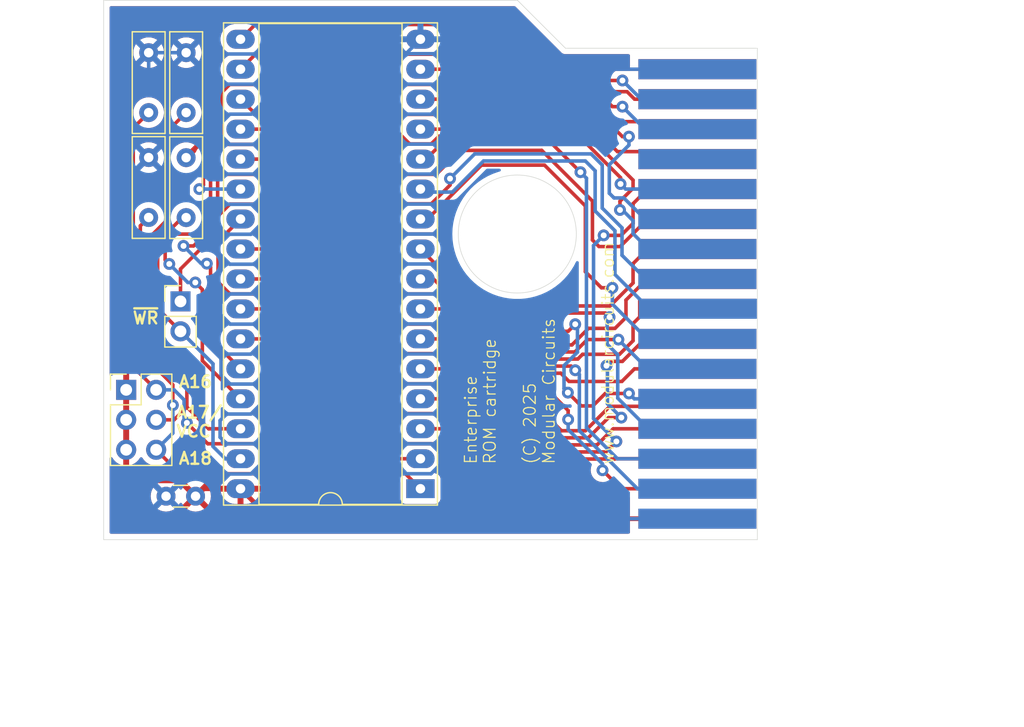
<source format=kicad_pcb>
(kicad_pcb (version 20240108) (generator "pcbnew") (generator_version "8.0")
  (layers (0 "F.Cu" signal) (31 "B.Cu" signal) (34 "B.Paste" user) (35 "F.Paste" user) (36 "B.SilkS" user "B.Silkscreen") (37 "F.SilkS" user "F.Silkscreen") (38 "B.Mask" user) (39 "F.Mask" user) (44 "Edge.Cuts" user))
  (net 0 "")
  (net 1 "GND")
  (net 2 "+5V")
  (net 3 "/~{PGM}")
  (net 4 "/~{WR}")
  (net 5 "/A16")
  (net 6 "/A17")
  (net 7 "/A18")
  (net 8 "/D6")
  (net 9 "/D7")
  (net 10 "/A1")
  (net 11 "/A10")
  (net 12 "/A15")
  (net 13 "/A4")
  (net 14 "/A8")
  (net 15 "/A14")
  (net 16 "/~{CART}")
  (net 17 "/A11")
  (net 18 "/A0")
  (net 19 "/D1")
  (net 20 "/D3")
  (net 21 "/~{RD}")
  (net 22 "/A7")
  (net 23 "/D2")
  (net 24 "/D4")
  (net 25 "/A5")
  (net 26 "/D0")
  (net 27 "/D5")
  (net 28 "/A12")
  (net 29 "/A13")
  (net 30 "/A3")
  (net 31 "/A2")
  (net 32 "/A6")
  (net 33 "/A9")
  (footprint "Connector_PinHeader_2.54mm:PinHeader_1x02_P2.54mm_Vertical" (layer "F.Cu") (at 127.03 94.61)
    (property "Reference" "JP1" (hide yes))
    (property "Value" "Jumper_2_Open")
  )
  (footprint "Connector_PinHeader_2.54mm:PinHeader_2x03_P2.54mm_Vertical" (layer "F.Cu") (at 122.428 102.108)
    (property "Reference" "J2" (hide yes))
    (property "Value" "Conn_02x03_Counter_Clockwise")
  )
  (footprint "Resistor_THT:R_Box_L8.4mm_W2.5mm_P5.08mm" (layer "F.Cu") (at 124.333 78.608 90)
    (property "Reference" "R2" (hide yes))
    (property "Value" "10k")
  )
  (footprint "Resistor_THT:R_Box_L8.4mm_W2.5mm_P5.08mm" (layer "F.Cu") (at 127.508 82.428 -90)
    (property "Reference" "R1" (hide yes))
    (property "Value" "10k")
  )
  (footprint "Capacitor_THT:C_Disc_D3.0mm_W1.6mm_P2.50mm" (layer "F.Cu") (at 128.305 111.125 180)
    (property "Reference" "C1" (hide yes))
    (property "Value" "1u")
  )
  (footprint "Resistor_THT:R_Box_L8.4mm_W2.5mm_P5.08mm" (layer "F.Cu") (at 127.508 78.608 90)
    (property "Reference" "R3" (hide yes))
    (property "Value" "10k")
  )
  (footprint "Package_DIP:DIP-32_W15.24mm_Socket_LongPads" (layer "F.Cu") (at 147.355 110.49 180)
    (property "Reference" "U1" (hide yes))
    (property "Value" "SST39SF040")
  )
  (footprint "Resistor_THT:R_Box_L8.4mm_W2.5mm_P5.08mm" (layer "F.Cu") (at 124.333 87.498 90)
    (property "Reference" "R4" (hide yes))
    (property "Value" "10k")
  )
  (footprint "flash_board:ENTERPRISE_CARTRIGE_CONN" (layer "B.Cu") (at 170.815 93.98 180)
    (property "Reference" "J1" (hide yes))
    (property "Value" "Conn_02x16_Row_Letter_First")
  )
  (gr_circle (center 155.56 88.9) (end 160.56 88.9) (stroke (width 0.05)) (fill none) (layer "Edge.Cuts"))
  (gr_line (start 175.895 73.152) (end 175.895 114.808) (stroke (width 0.05)) (layer "Edge.Cuts"))
  (gr_line (start 120.523 69.088) (end 120.523 114.808) (stroke (width 0.05)) (layer "Edge.Cuts"))
  (gr_line (start 159.639 73.152) (end 155.575 69.088) (stroke (width 0.05)) (layer "Edge.Cuts"))
  (gr_line (start 175.895 73.152) (end 159.639 73.152) (stroke (width 0.05)) (layer "Edge.Cuts"))
  (gr_line (start 155.575 69.088) (end 120.523 69.088) (stroke (width 0.05)) (layer "Edge.Cuts"))
  (gr_line (start 175.895 114.808) (end 120.523 114.808) (stroke (width 0.05)) (layer "Edge.Cuts"))
  (gr_text "Enterprise\nROM cartridge" (at 153.815 108.48 90) (layer "F.SilkS") (effects (font (size 1 1) (thickness 0.1)) (justify left bottom)))
  (gr_text "A16" (at 126.783 102.008 0) (layer "F.SilkS") (effects (font (size 1 1) (thickness 0.2) (bold yes)) (justify left bottom)))
  (gr_text "A17/\nVCC" (at 126.583 106.208 0) (layer "F.SilkS") (effects (font (size 1 1) (thickness 0.2) (bold yes)) (justify left bottom)))
  (gr_text "(C) 2025\nModular Circuits" (at 158.815 108.48 90) (layer "F.SilkS") (effects (font (size 1 1) (thickness 0.1)) (justify left bottom)))
  (gr_text "www.modularcircuits.com" (at 163.815 108.48 90) (layer "F.SilkS") (effects (font (size 1 1) (thickness 0.1)) (justify left bottom)))
  (gr_text "A18" (at 126.783 108.508 0) (layer "F.SilkS") (effects (font (size 1 1) (thickness 0.2) (bold yes)) (justify left bottom)))
  (gr_text "~{WR}" (at 122.883 96.608 0) (layer "F.SilkS") (effects (font (size 1 1) (thickness 0.2) (bold yes)) (justify left bottom)))
  (segment (start 125.805 111.125) (end 127.71 113.03) (width 0.3) (layer "B.Cu") (net 1))
  (segment (start 143.545 106.68) (end 143.545 104.14) (width 0.3) (layer "B.Cu") (net 1))
  (segment (start 127.675 85.638) (end 127.675 84.696497) (width 0.3) (layer "B.Cu") (net 1))
  (segment (start 133.477 106.68) (end 130.937 106.68) (width 0.3) (layer "B.Cu") (net 1))
  (segment (start 133.985 98.087767) (end 133.985 97.282) (width 0.3) (layer "B.Cu") (net 1))
  (segment (start 133.765 87.112233) (end 133.032767 86.38) (width 0.3) (layer "B.Cu") (net 1))
  (segment (start 130.429 94.768233) (end 131.217233 93.98) (width 0.3) (layer "B.Cu") (net 1))
  (segment (start 148.252767 101.6) (end 149.005 102.352233) (width 0.3) (layer "B.Cu") (net 1))
  (segment (start 130.917 99.08) (end 132.992767 99.08) (width 0.3) (layer "B.Cu") (net 1))
  (segment (start 149.005 81.821999) (end 148.463001 81.28) (width 0.3) (layer "B.Cu") (net 1))
  (segment (start 132.992767 109.24) (end 133.765 108.467767) (width 0.3) (layer "B.Cu") (net 1))
  (segment (start 133.497 91.46) (end 131.211 91.46) (width 0.3) (layer "B.Cu") (net 1))
  (segment (start 131.237233 101.62) (end 130.465 100.847767) (width 0.3) (layer "B.Cu") (net 1))
  (segment (start 149.987 72.39) (end 148.763 73.614) (width 0.3) (layer "B.Cu") (net 1))
  (segment (start 127.675 84.696497) (end 128.551497 83.82) (width 0.3) (layer "B.Cu") (net 1))
  (segment (start 125.783 80.968) (end 125.783 76.817) (width 0.3) (layer "B.Cu") (net 1))
  (segment (start 132.992767 99.08) (end 133.985 98.087767) (width 0.3) (layer "B.Cu") (net 1))
  (segment (start 134.883 76.2) (end 134.239 76.2) (width 0.3) (layer "B.Cu") (net 1))
  (segment (start 143.545 101.6) (end 148.252767 101.6) (width 0.3) (layer "B.Cu") (net 1))
  (segment (start 134.315 73.64) (end 134.883 74.208) (width 0.3) (layer "B.Cu") (net 1))
  (segment (start 148.252767 86.36) (end 143.545 86.36) (width 0.3) (layer "B.Cu") (net 1))
  (segment (start 149.005 92.192233) (end 148.252767 91.44) (width 0.3) (layer "B.Cu") (net 1))
  (segment (start 143.545 83.82) (end 148.252767 83.82) (width 0.3) (layer "B.Cu") (net 1))
  (segment (start 128.417 86.38) (end 127.675 85.638) (width 0.3) (layer "B.Cu") (net 1))
  (segment (start 130.18 76.2) (end 129.0355 75.0555) (width 0.3) (layer "B.Cu") (net 1))
  (segment (start 133.243 81.3) (end 131.197233 81.3) (width 0.3) (layer "B.Cu") (net 1))
  (segment (start 143.545 106.68) (end 148.252767 106.68) (width 0.3) (layer "B.Cu") (net 1))
  (segment (start 148.252767 83.82) (end 149.005 83.067767) (width 0.3) (layer "B.Cu") (net 1))
  (segment (start 133.765 83.278001) (end 133.765 81.822) (width 0.3) (layer "B.Cu") (net 1))
  (segment (start 148.252767 106.68) (end 149.005 107.432233) (width 0.3) (layer "B.Cu") (net 1))
  (segment (start 130.175 113.03) (end 143.637 113.03) (width 0.3) (layer "B.Cu") (net 1))
  (segment (start 130.429 80.531767) (end 130.429 79.528233) (width 0.3) (layer "B.Cu") (net 1))
  (segment (start 148.252767 76.2) (end 143.545 76.2) (width 0.3) (layer "B.Cu") (net 1))
  (segment (start 143.545 86.36) (end 143.545 83.82) (width 0.3) (layer "B.Cu") (net 1))
  (segment (start 130.175 89.916) (end 131.171 88.92) (width 0.3) (layer "B.Cu") (net 1))
  (segment (start 131.211 91.46) (end 130.175 90.424) (width 0.3) (layer "B.Cu") (net 1))
  (segment (start 148.252767 109.22) (end 143.545 109.22) (width 0.3) (layer "B.Cu") (net 1))
  (segment (start 134.239 76.2) (end 130.18 76.2) (width 0.3) (layer "B.Cu") (net 1))
  (segment (start 129.0355 75.0555) (end 130.451 73.64) (width 0.3) (layer "B.Cu") (net 1))
  (segment (start 148.252767 91.44) (end 143.545 91.44) (width 0.3) (layer "B.Cu") (net 1))
  (segment (start 149.005 102.352233) (end 149.005 103.598) (width 0.3) (layer "B.Cu") (net 1))
  (segment (start 149.005 97.272233) (end 148.252767 96.52) (width 0.3) (layer "B.Cu") (net 1))
  (segment (start 130.175 110.262233) (end 131.197233 109.24) (width 0.3) (layer "B.Cu") (net 1))
  (segment (start 124.333 82.418) (end 125.783 80.968) (width 0.3) (layer "B.Cu") (net 1))
  (segment (start 128.551497 83.82) (end 133.223001 83.82) (width 0.3) (layer "B.Cu") (net 1))
  (segment (start 146.131 73.614) (end 147.355 72.39) (width 0.3) (layer "B.Cu") (net 1))
  (segment (start 149.005 93.438001) (end 149.005 92.192233) (width 0.3) (layer "B.Cu") (net 1))
  (segment (start 148.463 88.9) (end 149.005 88.358) (width 0.3) (layer "B.Cu") (net 1))
  (segment (start 127.71 113.03) (end 130.175 113.03) (width 0.3) (layer "B.Cu") (net 1))
  (segment (start 133.765 106.968) (end 133.477 106.68) (width 0.3) (layer "B.Cu") (net 1))
  (segment (start 143.545 101.6) (end 143.545 99.06) (width 0.3) (layer "B.Cu") (net 1))
  (segment (start 143.545 76.2) (end 134.883 76.2) (width 0.3) (layer "B.Cu") (net 1))
  (segment (start 159.385 74.93) (end 156.845 72.39) (width 0.3) (layer "B.Cu") (net 1))
  (segment (start 133.223001 83.82) (end 133.765 83.278001) (width 0.3) (layer "B.Cu") (net 1))
  (segment (start 133.243 96.54) (end 131.237233 96.54) (width 0.3) (layer "B.Cu") (net 1))
  (segment (start 148.463001 93.98) (end 149.005 93.438001) (width 0.3) (layer "B.Cu") (net 1))
  (segment (start 129.0355 75.0555) (end 127.508 73.528) (width 0.3) (layer "B.Cu") (net 1))
  (segment (start 149.987 72.39) (end 147.355 72.39) (width 0.3) (layer "B.Cu") (net 1))
  (segment (start 149.005 98.518) (end 149.005 97.272233) (width 0.3) (layer "B.Cu") (net 1))
  (segment (start 125.783 76.817) (end 124.333 75.367) (width 0.3) (layer "B.Cu") (net 1))
  (segment (start 149.005 108.467767) (end 148.252767 109.22) (width 0.3) (layer "B.Cu") (net 1))
  (segment (start 133.765 102.142) (end 133.243 101.62) (width 0.3) (layer "B.Cu") (net 1))
  (segment (start 143.637 113.03) (end 170.815 113.03) (width 0.3) (layer "B.Cu") (net 1))
  (segment (start 130.465 100.847767) (end 130.465 99.532) (width 0.3) (layer "B.Cu") (net 1))
  (segment (start 133.012767 78.74) (end 134.239 77.513767) (width 0.3) (layer "B.Cu") (net 1))
  (segment (start 148.763 73.614) (end 146.131 73.614) (width 0.3) (layer "B.Cu") (net 1))
  (segment (start 143.637 113.03) (end 143.545 112.938) (width 0.3) (layer "B.Cu") (net 1))
  (segment (start 131.197233 81.3) (end 130.429 80.531767) (width 0.3) (layer "B.Cu") (net 1))
  (segment (start 130.931 104.16) (end 132.992767 104.16) (width 0.3) (layer "B.Cu") (net 1))
  (segment (start 132.992767 88.92) (end 133.765 88.147767) (width 0.3) (layer "B.Cu") (net 1))
  (segment (start 133.985 97.282) (end 133.243 96.54) (width 0.3) (layer "B.Cu") (net 1))
  (segment (start 131.217233 93.98) (end 133.012767 93.98) (width 0.3) (layer "B.Cu") (net 1))
  (segment (start 133.985 91.948) (end 133.497 91.46) (width 0.3) (layer "B.Cu") (net 1))
  (segment (start 131.171 88.92) (end 132.992767 88.92) (width 0.3) (layer "B.Cu") (net 1))
  (segment (start 143.545 81.28) (end 143.545 78.74) (width 0.3) (layer "B.Cu") (net 1))
  (segment (start 130.175 113.03) (end 130.175 110.262233) (width 0.3) (layer "B.Cu") (net 1))
  (segment (start 133.985 93.007767) (end 133.985 91.948) (width 0.3) (layer "B.Cu") (net 1))
  (segment (start 143.545 78.74) (end 148.252767 78.74) (width 0.3) (layer "B.Cu") (net 1))
  (segment (start 149.005 103.598) (end 148.463 104.14) (width 0.3) (layer "B.Cu") (net 1))
  (segment (start 133.243 101.62) (end 131.237233 101.62) (width 0.3) (layer "B.Cu") (net 1))
  (segment (start 143.545 112.938) (end 143.545 109.22) (width 0.3) (layer "B.Cu") (net 1))
  (segment (start 133.765 81.822) (end 133.243 81.3) (width 0.3) (layer "B.Cu") (net 1))
  (segment (start 170.815 74.93) (end 159.385 74.93) (width 0.3) (layer "B.Cu") (net 1))
  (segment (start 130.937 106.68) (end 130.383 106.126) (width 0.3) (layer "B.Cu") (net 1))
  (segment (start 131.237233 96.54) (end 130.429 95.731767) (width 0.3) (layer "B.Cu") (net 1))
  (segment (start 149.005 83.067767) (end 149.005 81.821999) (width 0.3) (layer "B.Cu") (net 1))
  (segment (start 143.545 96.52) (end 143.545 93.98) (width 0.3) (layer "B.Cu") (net 1))
  (segment (start 148.252767 78.74) (end 149.005 77.987767) (width 0.3) (layer "B.Cu") (net 1))
  (segment (start 133.765 88.147767) (end 133.765 87.112233) (width 0.3) (layer "B.Cu") (net 1))
  (segment (start 130.465 99.532) (end 130.917 99.08) (width 0.3) (layer "B.Cu") (net 1))
  (segment (start 156.845 72.39) (end 149.987 72.39) (width 0.3) (layer "B.Cu") (net 1))
  (segment (start 131.217233 78.74) (end 133.012767 78.74) (width 0.3) (layer "B.Cu") (net 1))
  (segment (start 149.005 87.112233) (end 148.252767 86.36) (width 0.3) (layer "B.Cu") (net 1))
  (segment (start 149.005 88.358) (end 149.005 87.112233) (width 0.3) (layer "B.Cu") (net 1))
  (segment (start 133.765 103.387767) (end 133.765 102.142) (width 0.3) (layer "B.Cu") (net 1))
  (segment (start 143.545 91.44) (end 143.545 88.9) (width 0.3) (layer "B.Cu") (net 1))
  (segment (start 148.463001 81.28) (end 143.545 81.28) (width 0.3) (layer "B.Cu") (net 1))
  (segment (start 131.197233 109.24) (end 132.992767 109.24) (width 0.3) (layer "B.Cu") (net 1))
  (segment (start 148.463 99.06) (end 149.005 98.518) (width 0.3) (layer "B.Cu") (net 1))
  (segment (start 130.383 104.708) (end 130.931 104.16) (width 0.3) (layer "B.Cu") (net 1))
  (segment (start 143.545 99.06) (end 148.463 99.06) (width 0.3) (layer "B.Cu") (net 1))
  (segment (start 134.239 77.513767) (end 134.239 76.2) (width 0.3) (layer "B.Cu") (net 1))
  (segment (start 134.883 74.208) (end 134.883 76.2) (width 0.3) (layer "B.Cu") (net 1))
  (segment (start 130.175 90.424) (end 130.175 89.916) (width 0.3) (layer "B.Cu") (net 1))
  (segment (start 130.451 73.64) (end 134.315 73.64) (width 0.3) (layer "B.Cu") (net 1))
  (segment (start 124.333 75.367) (end 124.333 73.528) (width 0.3) (layer "B.Cu") (net 1))
  (segment (start 149.005 107.432233) (end 149.005 108.467767) (width 0.3) (layer "B.Cu") (net 1))
  (segment (start 133.012767 93.98) (end 133.985 93.007767) (width 0.3) (layer "B.Cu") (net 1))
  (segment (start 130.429 95.731767) (end 130.429 94.768233) (width 0.3) (layer "B.Cu") (net 1))
  (segment (start 143.545 76.2) (end 146.131 73.614) (width 0.3) (layer "B.Cu") (net 1))
  (segment (start 148.252767 96.52) (end 143.545 96.52) (width 0.3) (layer "B.Cu") (net 1))
  (segment (start 130.429 79.528233) (end 131.217233 78.74) (width 0.3) (layer "B.Cu") (net 1))
  (segment (start 130.383 106.126) (end 130.383 104.708) (width 0.3) (layer "B.Cu") (net 1))
  (segment (start 133.765 108.467767) (end 133.765 106.968) (width 0.3) (layer "B.Cu") (net 1))
  (segment (start 143.545 93.98) (end 148.463001 93.98) (width 0.3) (layer "B.Cu") (net 1))
  (segment (start 143.545 88.9) (end 148.463 88.9) (width 0.3) (layer "B.Cu") (net 1))
  (segment (start 149.005 76.952233) (end 148.252767 76.2) (width 0.3) (layer "B.Cu") (net 1))
  (segment (start 133.032767 86.38) (end 128.417 86.38) (width 0.3) (layer "B.Cu") (net 1))
  (segment (start 132.992767 104.16) (end 133.765 103.387767) (width 0.3) (layer "B.Cu") (net 1))
  (segment (start 124.333 73.528) (end 127.508 73.528) (width 0.3) (layer "B.Cu") (net 1))
  (segment (start 148.463 104.14) (end 143.545 104.14) (width 0.3) (layer "B.Cu") (net 1))
  (segment (start 149.005 77.987767) (end 149.005 76.952233) (width 0.3) (layer "B.Cu") (net 1))
  (segment (start 129.483 80.453) (end 129.483 70.485) (width 0.3) (layer "F.Cu") (net 2))
  (segment (start 127.055 109.875) (end 128.305 111.125) (width 0.3) (layer "F.Cu") (net 2))
  (segment (start 128.94 110.49) (end 132.115 110.49) (width 0.4) (layer "F.Cu") (net 2))
  (segment (start 128.305 111.085) (end 128.305 111.125) (width 0.4) (layer "F.Cu") (net 2))
  (segment (start 170.815 113.03) (end 134.655 113.03) (width 0.4) (layer "F.Cu") (net 2))
  (segment (start 123.225 109.875) (end 127.055 109.875) (width 0.3) (layer "F.Cu") (net 2))
  (segment (start 122.428 102.108) (end 122.428 107.188) (width 0.3) (layer "F.Cu") (net 2))
  (segment (start 128.305 111.125) (end 128.94 110.49) (width 0.4) (layer "F.Cu") (net 2))
  (segment (start 124.106 70.485) (end 129.483 70.485) (width 0.3) (layer "F.Cu") (net 2))
  (segment (start 154.445024 70.485) (end 158.890024 74.93) (width 0.3) (layer "F.Cu") (net 2))
  (segment (start 122.428 102.108) (end 122.428 72.163) (width 0.3) (layer "F.Cu") (net 2))
  (segment (start 122.428 109.078) (end 123.225 109.875) (width 0.3) (layer "F.Cu") (net 2))
  (segment (start 134.655 113.03) (end 132.115 110.49) (width 0.4) (layer "F.Cu") (net 2))
  (segment (start 127.508 82.428) (end 129.483 80.453) (width 0.3) (layer "F.Cu") (net 2))
  (segment (start 122.428 72.163) (end 124.106 70.485) (width 0.3) (layer "F.Cu") (net 2))
  (segment (start 158.890024 74.93) (end 170.815 74.93) (width 0.3) (layer "F.Cu") (net 2))
  (segment (start 129.483 70.485) (end 154.445024 70.485) (width 0.3) (layer "F.Cu") (net 2))
  (segment (start 122.428 107.188) (end 122.428 109.078) (width 0.3) (layer "F.Cu") (net 2))
  (segment (start 127.181472 87.508) (end 127.508 87.508) (width 0.3) (layer "F.Cu") (net 3))
  (segment (start 125.095 89.594472) (end 127.181472 87.508) (width 0.3) (layer "F.Cu") (net 3))
  (segment (start 127.03 97.15) (end 125.095 95.215) (width 0.3) (layer "F.Cu") (net 3))
  (segment (start 125.095 95.215) (end 125.095 89.594472) (width 0.3) (layer "F.Cu") (net 3))
  (segment (start 130.825 107.95) (end 132.115 107.95) (width 0.3) (layer "B.Cu") (net 3))
  (segment (start 129.783 99.903) (end 129.783 106.908) (width 0.3) (layer "B.Cu") (net 3))
  (segment (start 129.783 106.908) (end 130.825 107.95) (width 0.3) (layer "B.Cu") (net 3))
  (segment (start 127.03 97.15) (end 129.783 99.903) (width 0.3) (layer "B.Cu") (net 3))
  (segment (start 164.765 95.966) (end 163.834516 96.896484) (width 0.3) (layer "F.Cu") (net 4))
  (segment (start 170.815 92.71) (end 166.553109 92.71) (width 0.3) (layer "F.Cu") (net 4))
  (segment (start 130.183 88.713472) (end 127.03 91.866472) (width 0.3) (layer "F.Cu") (net 4))
  (segment (start 143.358883 93.98) (end 135.738883 86.36) (width 0.3) (layer "F.Cu") (net 4))
  (segment (start 161.589906 96.896484) (end 160.18839 98.298) (width 0.3) (layer "F.Cu") (net 4))
  (segment (start 135.738883 86.36) (end 131.217233 86.36) (width 0.3) (layer "F.Cu") (net 4))
  (segment (start 131.217233 86.36) (end 130.183 87.394233) (width 0.3) (layer "F.Cu") (net 4))
  (segment (start 160.18839 98.298) (end 153.196888 98.298) (width 0.3) (layer "F.Cu") (net 4))
  (segment (start 166.553109 92.71) (end 164.765 94.498109) (width 0.3) (layer "F.Cu") (net 4))
  (segment (start 153.196888 98.298) (end 148.878888 93.98) (width 0.3) (layer "F.Cu") (net 4))
  (segment (start 164.765 94.498109) (end 164.765 95.966) (width 0.3) (layer "F.Cu") (net 4))
  (segment (start 163.834516 96.896484) (end 161.589906 96.896484) (width 0.3) (layer "F.Cu") (net 4))
  (segment (start 127.03 91.866472) (end 127.03 94.61) (width 0.3) (layer "F.Cu") (net 4))
  (segment (start 148.878888 93.98) (end 143.358883 93.98) (width 0.3) (layer "F.Cu") (net 4))
  (segment (start 130.183 87.394233) (end 130.183 88.713472) (width 0.3) (layer "F.Cu") (net 4))
  (segment (start 123.028 100.168) (end 123.028 79.863) (width 0.3) (layer "F.Cu") (net 5))
  (segment (start 139.231384 107.95) (end 147.355 107.95) (width 0.3) (layer "F.Cu") (net 5))
  (segment (start 127.569003 104.909004) (end 129.339999 106.68) (width 0.3) (layer "F.Cu") (net 5))
  (segment (start 123.028 79.863) (end 123.083 79.808) (width 0.3) (layer "F.Cu") (net 5))
  (segment (start 137.961384 106.68) (end 139.231384 107.95) (width 0.3) (layer "F.Cu") (net 5))
  (segment (start 124.968 102.108) (end 123.028 100.168) (width 0.3) (layer "F.Cu") (net 5))
  (segment (start 123.133 79.808) (end 124.333 78.608) (width 0.3) (layer "F.Cu") (net 5))
  (segment (start 124.968 102.108) (end 124.968 102.073) (width 0.3) (layer "F.Cu") (net 5))
  (segment (start 123.083 79.808) (end 123.133 79.808) (width 0.3) (layer "F.Cu") (net 5))
  (segment (start 124.968 101.772) (end 125.13 101.61) (width 0.3) (layer "F.Cu") (net 5))
  (segment (start 129.339999 106.68) (end 137.961384 106.68) (width 0.3) (layer "F.Cu") (net 5))
  (via (at 127.569003 104.909004) (size 1) (drill 0.5) (layers "F.Cu" "B.Cu") (net 5))
  (segment (start 127.333 102.958) (end 126.483 102.108) (width 0.3) (layer "B.Cu") (net 5))
  (segment (start 127.333 104.673001) (end 127.333 102.958) (width 0.3) (layer "B.Cu") (net 5))
  (segment (start 127.569003 104.909004) (end 127.333 104.673001) (width 0.3) (layer "B.Cu") (net 5))
  (segment (start 126.483 102.108) (end 124.968 102.108) (width 0.3) (layer "B.Cu") (net 5))
  (segment (start 126.486503 104.648) (end 127.569003 103.5655) (width 0.3) (layer "F.Cu") (net 6))
  (segment (start 127.569003 103.5655) (end 127.569003 102.021997) (width 0.3) (layer "F.Cu") (net 6))
  (segment (start 124.228 98.680994) (end 124.228 89.370767) (width 0.3) (layer "F.Cu") (net 6))
  (segment (start 127.569003 102.021997) (end 124.228 98.680994) (width 0.3) (layer "F.Cu") (net 6))
  (segment (start 125.883 87.715767) (end 125.883 80.233) (width 0.3) (layer "F.Cu") (net 6))
  (segment (start 127.569003 103.5655) (end 129.413503 105.41) (width 0.3) (layer "F.Cu") (net 6))
  (segment (start 125.883 80.233) (end 127.508 78.608) (width 0.3) (layer "F.Cu") (net 6))
  (segment (start 124.968 104.648) (end 126.486503 104.648) (width 0.3) (layer "F.Cu") (net 6))
  (segment (start 124.228 89.370767) (end 125.883 87.715767) (width 0.3) (layer "F.Cu") (net 6))
  (segment (start 129.413503 105.41) (end 132.115 105.41) (width 0.3) (layer "F.Cu") (net 6))
  (segment (start 126.383 101.684522) (end 123.628 98.929522) (width 0.3) (layer "F.Cu") (net 7))
  (segment (start 147.355 110.49) (end 146.085 109.22) (width 0.3) (layer "F.Cu") (net 7))
  (segment (start 123.628 88.203) (end 124.333 87.498) (width 0.3) (layer "F.Cu") (net 7))
  (segment (start 146.085 109.22) (end 126.995 109.22) (width 0.3) (layer "F.Cu") (net 7))
  (segment (start 124.968 107.193) (end 124.968 107.188) (width 0.3) (layer "F.Cu") (net 7))
  (segment (start 126.995 109.22) (end 124.968 107.193) (width 0.3) (layer "F.Cu") (net 7))
  (segment (start 126.383 103.408) (end 126.383 101.684522) (width 0.3) (layer "F.Cu") (net 7))
  (segment (start 123.628 98.929522) (end 123.628 88.203) (width 0.3) (layer "F.Cu") (net 7))
  (via (at 126.383 103.408) (size 1) (drill 0.5) (layers "F.Cu" "B.Cu") (net 7))
  (segment (start 124.968 107.188) (end 126.383 105.773) (width 0.3) (layer "B.Cu") (net 7))
  (segment (start 126.383 105.773) (end 126.383 103.408) (width 0.3) (layer "B.Cu") (net 7))
  (segment (start 164.30318 84.118205) (end 160.794975 80.61) (width 0.3) (layer "F.Cu") (net 8))
  (segment (start 145.187233 80.01) (end 132.115 80.01) (width 0.3) (layer "F.Cu") (net 8))
  (segment (start 164.30318 84.658997) (end 164.30318 84.118205) (width 0.3) (layer "F.Cu") (net 8))
  (segment (start 148.922767 80.61) (end 148.272767 81.26) (width 0.3) (layer "F.Cu") (net 8))
  (segment (start 148.272767 81.26) (end 146.437233 81.26) (width 0.3) (layer "F.Cu") (net 8))
  (segment (start 146.437233 81.26) (end 145.187233 80.01) (width 0.3) (layer "F.Cu") (net 8))
  (segment (start 160.794975 80.61) (end 148.922767 80.61) (width 0.3) (layer "F.Cu") (net 8))
  (via (at 164.30318 84.658997) (size 1) (drill 0.5) (layers "F.Cu" "B.Cu") (net 8))
  (segment (start 164.30318 84.658997) (end 164.734183 85.09) (width 0.3) (layer "B.Cu") (net 8))
  (segment (start 164.734183 85.09) (end 170.815 85.09) (width 0.3) (layer "B.Cu") (net 8))
  (segment (start 141.32712 86.34) (end 137.53712 82.55) (width 0.3) (layer "F.Cu") (net 9))
  (segment (start 149.86 84.752767) (end 148.272767 86.34) (width 0.3) (layer "F.Cu") (net 9))
  (segment (start 137.53712 82.55) (end 132.115 82.55) (width 0.3) (layer "F.Cu") (net 9))
  (segment (start 148.272767 86.34) (end 141.32712 86.34) (width 0.3) (layer "F.Cu") (net 9))
  (segment (start 149.86 84.201) (end 149.86 84.752767) (width 0.3) (layer "F.Cu") (net 9))
  (via (at 149.86 84.201) (size 1) (drill 0.5) (layers "F.Cu" "B.Cu") (net 9))
  (segment (start 164.43 88.377009) (end 164.43 90.699974) (width 0.3) (layer "B.Cu") (net 9))
  (segment (start 161.810503 82.108) (end 162.75318 83.050677) (width 0.3) (layer "B.Cu") (net 9))
  (segment (start 166.440026 92.71) (end 170.815 92.71) (width 0.3) (layer "B.Cu") (net 9))
  (segment (start 162.75318 83.050677) (end 162.75318 86.700189) (width 0.3) (layer "B.Cu") (net 9))
  (segment (start 149.86 84.201) (end 151.953 82.108) (width 0.3) (layer "B.Cu") (net 9))
  (segment (start 162.75318 86.700189) (end 164.43 88.377009) (width 0.3) (layer "B.Cu") (net 9))
  (segment (start 164.43 90.699974) (end 166.440026 92.71) (width 0.3) (layer "B.Cu") (net 9))
  (segment (start 151.953 82.108) (end 161.810503 82.108) (width 0.3) (layer "B.Cu") (net 9))
  (segment (start 147.609 85.344) (end 147.355 85.09) (width 0.3) (layer "B.Cu") (net 10))
  (segment (start 166.735024 95.234024) (end 163.83 92.329) (width 0.3) (layer "B.Cu") (net 10))
  (segment (start 150.060503 85.344) (end 147.609 85.344) (width 0.3) (layer "B.Cu") (net 10))
  (segment (start 152.696503 82.708) (end 150.060503 85.344) (width 0.3) (layer "B.Cu") (net 10))
  (segment (start 163.83 88.625537) (end 162.15318 86.948717) (width 0.3) (layer "B.Cu") (net 10))
  (segment (start 161.321 82.708) (end 152.696503 82.708) (width 0.3) (layer "B.Cu") (net 10))
  (segment (start 162.15318 86.948717) (end 162.15318 83.54018) (width 0.3) (layer "B.Cu") (net 10))
  (segment (start 170.850915 95.234024) (end 166.735024 95.234024) (width 0.3) (layer "B.Cu") (net 10))
  (segment (start 163.83 92.329) (end 163.83 88.625537) (width 0.3) (layer "B.Cu") (net 10))
  (segment (start 162.15318 83.54018) (end 161.321 82.708) (width 0.3) (layer "B.Cu") (net 10))
  (segment (start 132.115 87.63) (end 130.21 89.535) (width 0.3) (layer "F.Cu") (net 11))
  (segment (start 131.217233 93.98) (end 135.421384 93.98) (width 0.3) (layer "F.Cu") (net 11))
  (segment (start 135.421384 93.98) (end 143.041384 101.6) (width 0.3) (layer "F.Cu") (net 11))
  (segment (start 161.326981 105.573981) (end 163.395962 103.505) (width 0.3) (layer "F.Cu") (net 11))
  (segment (start 130.21 89.535) (end 130.21 92.972767) (width 0.3) (layer "F.Cu") (net 11))
  (segment (start 170.18 103.505) (end 170.815 102.87) (width 0.3) (layer "F.Cu") (net 11))
  (segment (start 155.619 101.898) (end 159.294981 105.573981) (width 0.3) (layer "F.Cu") (net 11))
  (segment (start 159.294981 105.573981) (end 161.326981 105.573981) (width 0.3) (layer "F.Cu") (net 11))
  (segment (start 143.041384 101.6) (end 150.749 101.6) (width 0.3) (layer "F.Cu") (net 11))
  (segment (start 150.749 101.6) (end 151.047 101.898) (width 0.3) (layer "F.Cu") (net 11))
  (segment (start 130.21 92.972767) (end 131.217233 93.98) (width 0.3) (layer "F.Cu") (net 11))
  (segment (start 163.395962 103.505) (end 170.18 103.505) (width 0.3) (layer "F.Cu") (net 11))
  (segment (start 151.047 101.898) (end 155.619 101.898) (width 0.3) (layer "F.Cu") (net 11))
  (segment (start 165.365 86.33) (end 166.605 85.09) (width 0.3) (layer "F.Cu") (net 12))
  (segment (start 163.062515 107.373981) (end 158.549397 107.373981) (width 0.3) (layer "F.Cu") (net 12))
  (segment (start 166.605 85.09) (end 170.815 85.09) (width 0.3) (layer "F.Cu") (net 12))
  (segment (start 163.953248 106.483248) (end 163.062515 107.373981) (width 0.3) (layer "F.Cu") (net 12))
  (segment (start 170.815 85.09) (end 166.68 85.09) (width 0.3) (layer "F.Cu") (net 12))
  (segment (start 165.365 88) (end 165.365 86.33) (width 0.3) (layer "F.Cu") (net 12))
  (segment (start 158.549397 107.373981) (end 156.585416 105.41) (width 0.3) (layer "F.Cu") (net 12))
  (segment (start 164.350961 89.014039) (end 165.365 88) (width 0.3) (layer "F.Cu") (net 12))
  (segment (start 162.874999 89.014039) (end 164.350961 89.014039) (width 0.3) (layer "F.Cu") (net 12))
  (segment (start 156.585416 105.41) (end 147.355 105.41) (width 0.3) (layer "F.Cu") (net 12))
  (via (at 163.953248 106.483248) (size 1) (drill 0.5) (layers "F.Cu" "B.Cu") (net 12))
  (via (at 162.874999 89.014039) (size 1) (drill 0.5) (layers "F.Cu" "B.Cu") (net 12))
  (segment (start 162.874999 89.014039) (end 162.017 89.872038) (width 0.3) (layer "B.Cu") (net 12))
  (segment (start 162.017 89.872038) (end 162.017 104.547) (width 0.3) (layer "B.Cu") (net 12))
  (segment (start 162.017 104.547) (end 163.953248 106.483248) (width 0.3) (layer "B.Cu") (net 12))
  (segment (start 159.867484 97.146) (end 152.893416 97.146) (width 0.3) (layer "F.Cu") (net 13))
  (segment (start 160.968939 103.47) (end 161.96 103.47) (width 0.3) (layer "F.Cu") (net 13))
  (segment (start 163.013503 102.416497) (end 165.015001 102.416497) (width 0.3) (layer "F.Cu") (net 13))
  (segment (start 159.841258 102.342319) (end 160.968939 103.47) (width 0.3) (layer "F.Cu") (net 13))
  (segment (start 148.457416 92.71) (end 147.355 92.71) (width 0.3) (layer "F.Cu") (net 13))
  (segment (start 161.96 103.47) (end 163.013503 102.416497) (width 0.3) (layer "F.Cu") (net 13))
  (segment (start 152.893416 97.146) (end 148.457416 92.71) (width 0.3) (layer "F.Cu") (net 13))
  (segment (start 160.467 96.546484) (end 159.867484 97.146) (width 0.3) (layer "F.Cu") (net 13))
  (via (at 159.841258 102.342319) (size 1) (drill 0.5) (layers "F.Cu" "B.Cu") (net 13))
  (via (at 160.467 96.546484) (size 1) (drill 0.5) (layers "F.Cu" "B.Cu") (net 13))
  (via (at 165.015001 102.416497) (size 1) (drill 0.5) (layers "F.Cu" "B.Cu") (net 13))
  (segment (start 165.468504 102.87) (end 170.815 102.87) (width 0.3) (layer "B.Cu") (net 13))
  (segment (start 160.655 96.734484) (end 160.655 98.916497) (width 0.3) (layer "B.Cu") (net 13))
  (segment (start 159.517 102.018061) (end 159.841258 102.342319) (width 0.3) (layer "B.Cu") (net 13))
  (segment (start 160.655 98.916497) (end 159.517 100.054497) (width 0.3) (layer "B.Cu") (net 13))
  (segment (start 165.015001 102.416497) (end 165.468504 102.87) (width 0.3) (layer "B.Cu") (net 13))
  (segment (start 159.517 100.054497) (end 159.517 102.018061) (width 0.3) (layer "B.Cu") (net 13))
  (segment (start 160.467 96.546484) (end 160.655 96.734484) (width 0.3) (layer "B.Cu") (net 13))
  (segment (start 163.806019 107.973981) (end 158.300869 107.973981) (width 0.3) (layer "F.Cu") (net 14))
  (segment (start 170.815 107.95) (end 163.83 107.95) (width 0.3) (layer "F.Cu") (net 14))
  (segment (start 163.83 107.95) (end 163.806019 107.973981) (width 0.3) (layer "F.Cu") (net 14))
  (segment (start 157.006888 106.68) (end 143.545 106.68) (width 0.3) (layer "F.Cu") (net 14))
  (segment (start 134.655 97.79) (end 132.115 97.79) (width 0.3) (layer "F.Cu") (net 14))
  (segment (start 158.300869 107.973981) (end 157.006888 106.68) (width 0.3) (layer "F.Cu") (net 14))
  (segment (start 143.545 106.68) (end 134.655 97.79) (width 0.3) (layer "F.Cu") (net 14))
  (segment (start 129.575 86.146472) (end 128.983 86.738472) (width 0.3) (layer "F.Cu") (net 15))
  (segment (start 126.63 88.908) (end 125.73 89.808) (width 0.3) (layer "F.Cu") (net 15))
  (segment (start 148.697 83.84) (end 142.743883 83.84) (width 0.3) (layer "F.Cu") (net 15))
  (segment (start 162.481496 89.964039) (end 161.925 89.407543) (width 0.3) (layer "F.Cu") (net 15))
  (segment (start 170.815 87.63) (end 166.605 87.63) (width 0.3) (layer "F.Cu") (net 15))
  (segment (start 125.73 89.808) (end 125.73 91.09) (width 0.3) (layer "F.Cu") (net 15))
  (segment (start 130.825 81.3) (end 129.575 82.55) (width 0.3) (layer "F.Cu") (net 15))
  (segment (start 166.605 87.63) (end 164.270961 89.964039) (width 0.3) (layer "F.Cu") (net 15))
  (segment (start 128.983 86.738472) (end 128.983 88.208) (width 0.3) (layer "F.Cu") (net 15))
  (segment (start 129.575 82.55) (end 129.575 86.146472) (width 0.3) (layer "F.Cu") (net 15))
  (segment (start 164.270961 89.964039) (end 162.481496 89.964039) (width 0.3) (layer "F.Cu") (net 15))
  (segment (start 140.203883 81.3) (end 130.825 81.3) (width 0.3) (layer "F.Cu") (net 15))
  (segment (start 128.983 88.208) (end 128.283 88.908) (width 0.3) (layer "F.Cu") (net 15))
  (segment (start 125.73 91.09) (end 126.08 91.44) (width 0.3) (layer "F.Cu") (net 15))
  (segment (start 128.283 93.008) (end 128.88 93.605) (width 0.3) (layer "F.Cu") (net 15))
  (segment (start 150.727 81.81) (end 148.697 83.84) (width 0.3) (layer "F.Cu") (net 15))
  (segment (start 161.925 86.106) (end 157.629 81.81) (width 0.3) (layer "F.Cu") (net 15))
  (segment (start 142.743883 83.84) (end 140.203883 81.3) (width 0.3) (layer "F.Cu") (net 15))
  (segment (start 157.629 81.81) (end 150.727 81.81) (width 0.3) (layer "F.Cu") (net 15))
  (segment (start 128.88 93.605) (end 128.88 99.635) (width 0.3) (layer "F.Cu") (net 15))
  (segment (start 128.88 99.635) (end 132.115 102.87) (width 0.3) (layer "F.Cu") (net 15))
  (segment (start 128.283 88.908) (end 126.63 88.908) (width 0.3) (layer "F.Cu") (net 15))
  (segment (start 161.925 89.407543) (end 161.925 86.106) (width 0.3) (layer "F.Cu") (net 15))
  (via (at 128.283 93.008) (size 1) (drill 0.5) (layers "F.Cu" "B.Cu") (net 15))
  (via (at 126.08 91.44) (size 1) (drill 0.5) (layers "F.Cu" "B.Cu") (net 15))
  (segment (start 127.648 93.008) (end 126.08 91.44) (width 0.3) (layer "B.Cu") (net 15))
  (segment (start 128.283 93.008) (end 127.648 93.008) (width 0.3) (layer "B.Cu") (net 15))
  (segment (start 128.625 85.09) (end 128.975 84.74) (width 0.3) (layer "F.Cu") (net 16))
  (segment (start 128.975 82.116) (end 130.465 80.626) (width 0.3) (layer "F.Cu") (net 16))
  (segment (start 162.878528 78.21) (end 164.043528 79.375) (width 0.3) (layer "F.Cu") (net 16))
  (segment (start 150.007 76.22) (end 151.997 78.21) (width 0.3) (layer "F.Cu") (net 16))
  (segment (start 128.975 84.74) (end 128.975 82.116) (width 0.3) (layer "F.Cu") (net 16))
  (segment (start 130.465 76.952233) (end 131.197233 76.22) (width 0.3) (layer "F.Cu") (net 16))
  (segment (start 164.043528 79.375) (end 170.18 79.375) (width 0.3) (layer "F.Cu") (net 16))
  (segment (start 170.18 79.375) (end 170.815 80.01) (width 0.3) (layer "F.Cu") (net 16))
  (segment (start 131.197233 76.22) (end 150.007 76.22) (width 0.3) (layer "F.Cu") (net 16))
  (segment (start 130.465 80.626) (end 130.465 76.952233) (width 0.3) (layer "F.Cu") (net 16))
  (segment (start 151.997 78.21) (end 162.878528 78.21) (width 0.3) (layer "F.Cu") (net 16))
  (via (at 128.625 85.09) (size 1) (drill 0.5) (layers "F.Cu" "B.Cu") (net 16))
  (segment (start 128.625 85.09) (end 132.115 85.09) (width 0.3) (layer "B.Cu") (net 16))
  (segment (start 135.29 92.71) (end 141.62 99.04) (width 0.3) (layer "F.Cu") (net 17))
  (segment (start 159.245 100.698) (end 159.945 101.398) (width 0.3) (layer "F.Cu") (net 17))
  (segment (start 150.469416 99.04) (end 152.127416 100.698) (width 0.3) (layer "F.Cu") (net 17))
  (segment (start 159.945 101.398) (end 164.413 101.398) (width 0.3) (layer "F.Cu") (net 17))
  (segment (start 152.127416 100.698) (end 159.245 100.698) (width 0.3) (layer "F.Cu") (net 17))
  (segment (start 165.481 100.33) (end 170.815 100.33) (width 0.3) (layer "F.Cu") (net 17))
  (segment (start 141.62 99.04) (end 150.469416 99.04) (width 0.3) (layer "F.Cu") (net 17))
  (segment (start 164.413 101.398) (end 165.481 100.33) (width 0.3) (layer "F.Cu") (net 17))
  (segment (start 132.115 92.71) (end 135.29 92.71) (width 0.3) (layer "F.Cu") (net 17))
  (segment (start 149.171295 81.21) (end 147.831295 82.55) (width 0.3) (layer "F.Cu") (net 18))
  (segment (start 147.831295 82.55) (end 147.355 82.55) (width 0.3) (layer "F.Cu") (net 18))
  (segment (start 158.461 81.21) (end 149.171295 81.21) (width 0.3) (layer "F.Cu") (net 18))
  (segment (start 160.909 83.658) (end 158.461 81.21) (width 0.3) (layer "F.Cu") (net 18))
  (via (at 160.909 83.658) (size 1) (drill 0.5) (layers "F.Cu" "B.Cu") (net 18))
  (segment (start 161.417 84.166) (end 161.417 105.323472) (width 0.3) (layer "B.Cu") (net 18))
  (segment (start 161.417 105.323472) (end 164.043528 107.95) (width 0.3) (layer "B.Cu") (net 18))
  (segment (start 164.043528 107.95) (end 170.815 107.95) (width 0.3) (layer "B.Cu") (net 18))
  (segment (start 160.909 83.658) (end 161.417 84.166) (width 0.3) (layer "B.Cu") (net 18))
  (segment (start 162.63 78.81) (end 150.793528 78.81) (width 0.3) (layer "F.Cu") (net 19))
  (segment (start 149.453528 77.47) (end 147.355 77.47) (width 0.3) (layer "F.Cu") (net 19))
  (segment (start 164.465 80.645) (end 162.63 78.81) (width 0.3) (layer "F.Cu") (net 19))
  (segment (start 165.014998 80.645) (end 164.465 80.645) (width 0.3) (layer "F.Cu") (net 19))
  (segment (start 150.793528 78.81) (end 149.453528 77.47) (width 0.3) (layer "F.Cu") (net 19))
  (via (at 165.014998 80.645) (size 1) (drill 0.5) (layers "F.Cu" "B.Cu") (net 19))
  (segment (start 164.580715 85.840715) (end 166.37 87.63) (width 0.3) (layer "B.Cu") (net 19))
  (segment (start 165.014998 81.365002) (end 163.35318 83.02682) (width 0.3) (layer "B.Cu") (net 19))
  (segment (start 163.35318 83.02682) (end 163.35318 85.442399) (width 0.3) (layer "B.Cu") (net 19))
  (segment (start 165.014998 80.645) (end 165.014998 81.365002) (width 0.3) (layer "B.Cu") (net 19))
  (segment (start 166.37 87.63) (end 170.815 87.63) (width 0.3) (layer "B.Cu") (net 19))
  (segment (start 163.751496 85.840715) (end 164.580715 85.840715) (width 0.3) (layer "B.Cu") (net 19))
  (segment (start 163.35318 85.442399) (end 163.751496 85.840715) (width 0.3) (layer "B.Cu") (net 19))
  (segment (start 154.752 75.885) (end 164.465 75.885) (width 0.3) (layer "F.Cu") (net 20))
  (segment (start 132.115 72.39) (end 133.365 71.14) (width 0.3) (layer "F.Cu") (net 20))
  (segment (start 133.365 71.14) (end 150.007 71.14) (width 0.3) (layer "F.Cu") (net 20))
  (segment (start 150.007 71.14) (end 154.752 75.885) (width 0.3) (layer "F.Cu") (net 20))
  (via (at 164.465 75.885) (size 1) (drill 0.5) (layers "F.Cu" "B.Cu") (net 20))
  (segment (start 166.05 77.47) (end 170.815 77.47) (width 0.3) (layer "B.Cu") (net 20))
  (segment (start 164.465 75.885) (end 166.05 77.47) (width 0.3) (layer "B.Cu") (net 20))
  (segment (start 135.29 90.17) (end 141.66 96.54) (width 0.3) (layer "F.Cu") (net 21))
  (segment (start 165.365 97.946472) (end 165.365 96.49) (width 0.3) (layer "F.Cu") (net 21))
  (segment (start 132.115 90.17) (end 135.29 90.17) (width 0.3) (layer "F.Cu") (net 21))
  (segment (start 164.216472 99.095) (end 165.365 97.946472) (width 0.3) (layer "F.Cu") (net 21))
  (segment (start 152.624472 99.498) (end 160.685446 99.498) (width 0.3) (layer "F.Cu") (net 21))
  (segment (start 161.088446 99.095) (end 164.216472 99.095) (width 0.3) (layer "F.Cu") (net 21))
  (segment (start 166.620976 95.234024) (end 170.779085 95.234024) (width 0.3) (layer "F.Cu") (net 21))
  (segment (start 165.365 96.49) (end 166.620976 95.234024) (width 0.3) (layer "F.Cu") (net 21))
  (segment (start 141.66 96.54) (end 149.666472 96.54) (width 0.3) (layer "F.Cu") (net 21))
  (segment (start 149.666472 96.54) (end 152.624472 99.498) (width 0.3) (layer "F.Cu") (net 21))
  (segment (start 160.685446 99.498) (end 161.088446 99.095) (width 0.3) (layer "F.Cu") (net 21))
  (segment (start 159.867 104.623981) (end 159.867 103.86) (width 0.3) (layer "F.Cu") (net 22))
  (segment (start 157.305 101.298) (end 151.878888 101.298) (width 0.3) (layer "F.Cu") (net 22))
  (segment (start 162.777248 108.923981) (end 164.343267 110.49) (width 0.3) (layer "F.Cu") (net 22))
  (segment (start 151.878888 101.298) (end 150.910888 100.33) (width 0.3) (layer "F.Cu") (net 22))
  (segment (start 164.343267 110.49) (end 170.815 110.49) (width 0.3) (layer "F.Cu") (net 22))
  (segment (start 150.910888 100.33) (end 147.355 100.33) (width 0.3) (layer "F.Cu") (net 22))
  (segment (start 159.867 103.86) (end 157.305 101.298) (width 0.3) (layer "F.Cu") (net 22))
  (via (at 162.777248 108.923981) (size 1) (drill 0.5) (layers "F.Cu" "B.Cu") (net 22))
  (via (at 159.867 104.623981) (size 1) (drill 0.5) (layers "F.Cu" "B.Cu") (net 22))
  (segment (start 162.777248 108.923981) (end 162.777248 108.380776) (width 0.3) (layer "B.Cu") (net 22))
  (segment (start 162.777248 108.380776) (end 159.867 105.470528) (width 0.3) (layer "B.Cu") (net 22))
  (segment (start 159.867 105.470528) (end 159.867 104.623981) (width 0.3) (layer "B.Cu") (net 22))
  (segment (start 163.622056 78.105) (end 163.127056 77.61) (width 0.3) (layer "F.Cu") (net 23))
  (segment (start 164.465 78.105) (end 163.622056 78.105) (width 0.3) (layer "F.Cu") (net 23))
  (segment (start 152.773764 77.61) (end 150.093764 74.93) (width 0.3) (layer "F.Cu") (net 23))
  (segment (start 150.093764 74.93) (end 147.355 74.93) (width 0.3) (layer "F.Cu") (net 23))
  (segment (start 163.127056 77.61) (end 152.773764 77.61) (width 0.3) (layer "F.Cu") (net 23))
  (via (at 164.465 78.105) (size 1) (drill 0.5) (layers "F.Cu" "B.Cu") (net 23))
  (segment (start 164.465 78.105) (end 166.37 80.01) (width 0.3) (layer "B.Cu") (net 23))
  (segment (start 166.37 80.01) (end 170.815 80.01) (width 0.3) (layer "B.Cu") (net 23))
  (segment (start 133.385 73.66) (end 150.749 73.66) (width 0.3) (layer "F.Cu") (net 24))
  (segment (start 165.493503 77.47) (end 170.815 77.47) (width 0.3) (layer "F.Cu") (net 24))
  (segment (start 132.115 74.93) (end 133.385 73.66) (width 0.3) (layer "F.Cu") (net 24))
  (segment (start 164.858503 76.835) (end 165.493503 77.47) (width 0.3) (layer "F.Cu") (net 24))
  (segment (start 153.924 76.835) (end 164.858503 76.835) (width 0.3) (layer "F.Cu") (net 24))
  (segment (start 150.749 73.66) (end 153.924 76.835) (width 0.3) (layer "F.Cu") (net 24))
  (segment (start 152.873 98.898) (end 160.436918 98.898) (width 0.3) (layer "F.Cu") (net 25))
  (segment (start 149.225 95.25) (end 152.873 98.898) (width 0.3) (layer "F.Cu") (net 25))
  (segment (start 160.436918 98.898) (end 161.488434 97.846484) (width 0.3) (layer "F.Cu") (net 25))
  (segment (start 161.488434 97.846484) (end 164.121484 97.846484) (width 0.3) (layer "F.Cu") (net 25))
  (segment (start 147.355 95.25) (end 149.225 95.25) (width 0.3) (layer "F.Cu") (net 25))
  (via (at 164.121484 97.846484) (size 1) (drill 0.5) (layers "F.Cu" "B.Cu") (net 25))
  (segment (start 164.121484 97.846484) (end 166.605 100.33) (width 0.3) (layer "B.Cu") (net 25))
  (segment (start 166.605 100.33) (end 170.815 100.33) (width 0.3) (layer "B.Cu") (net 25))
  (segment (start 164.256426 86.122791) (end 165.365 85.014217) (width 0.3) (layer "F.Cu") (net 26))
  (segment (start 165.365 84.331497) (end 161.043503 80.01) (width 0.3) (layer "F.Cu") (net 26))
  (segment (start 164.256426 86.859932) (end 164.256426 86.122791) (width 0.3) (layer "F.Cu") (net 26))
  (segment (start 161.043503 80.01) (end 147.355 80.01) (width 0.3) (layer "F.Cu") (net 26))
  (segment (start 165.365 85.014217) (end 165.365 84.331497) (width 0.3) (layer "F.Cu") (net 26))
  (via (at 164.256426 86.859932) (size 1) (drill 0.5) (layers "F.Cu" "B.Cu") (net 26))
  (segment (start 164.256426 86.859932) (end 164.456932 86.859932) (width 0.3) (layer "B.Cu") (net 26))
  (segment (start 164.456932 86.859932) (end 165.365 87.768) (width 0.3) (layer "B.Cu") (net 26))
  (segment (start 165.365 87.768) (end 165.365 88.87) (width 0.3) (layer "B.Cu") (net 26))
  (segment (start 166.665 90.17) (end 170.815 90.17) (width 0.3) (layer "B.Cu") (net 26))
  (segment (start 165.365 88.87) (end 166.665 90.17) (width 0.3) (layer "B.Cu") (net 26))
  (segment (start 161.538528 79.41) (end 150.545 79.41) (width 0.3) (layer "F.Cu") (net 27))
  (segment (start 170.815 82.55) (end 166.665 82.55) (width 0.3) (layer "F.Cu") (net 27))
  (segment (start 166.03 81.915) (end 164.043528 81.915) (width 0.3) (layer "F.Cu") (net 27))
  (segment (start 150.545 79.41) (end 149.895 78.76) (width 0.3) (layer "F.Cu") (net 27))
  (segment (start 133.405 78.76) (end 132.115 77.47) (width 0.3) (layer "F.Cu") (net 27))
  (segment (start 149.895 78.76) (end 133.405 78.76) (width 0.3) (layer "F.Cu") (net 27))
  (segment (start 164.043528 81.915) (end 161.538528 79.41) (width 0.3) (layer "F.Cu") (net 27))
  (segment (start 166.665 82.55) (end 166.03 81.915) (width 0.3) (layer "F.Cu") (net 27))
  (segment (start 163.115001 100.059484) (end 163.479485 99.695) (width 0.3) (layer "F.Cu") (net 28))
  (segment (start 164.371498 104.460001) (end 163.289489 104.460001) (width 0.3) (layer "F.Cu") (net 28))
  (segment (start 161.575509 106.173981) (end 159.046453 106.173981) (width 0.3) (layer "F.Cu") (net 28))
  (segment (start 159.046453 106.173981) (end 155.742472 102.87) (width 0.3) (layer "F.Cu") (net 28))
  (segment (start 163.289489 104.460001) (end 161.575509 106.173981) (width 0.3) (layer "F.Cu") (net 28))
  (segment (start 155.742472 102.87) (end 147.355 102.87) (width 0.3) (layer "F.Cu") (net 28))
  (segment (start 164.465 99.695) (end 166.37 97.79) (width 0.3) (layer "F.Cu") (net 28))
  (segment (start 166.37 97.79) (end 170.815 97.79) (width 0.3) (layer "F.Cu") (net 28))
  (segment (start 163.479485 99.695) (end 164.465 99.695) (width 0.3) (layer "F.Cu") (net 28))
  (via (at 163.115001 100.059484) (size 1) (drill 0.5) (layers "F.Cu" "B.Cu") (net 28))
  (via (at 164.371498 104.460001) (size 1) (drill 0.5) (layers "F.Cu" "B.Cu") (net 28))
  (segment (start 163.195 103.283503) (end 164.371498 104.460001) (width 0.3) (layer "B.Cu") (net 28))
  (segment (start 163.195 100.139483) (end 163.195 103.283503) (width 0.3) (layer "B.Cu") (net 28))
  (segment (start 163.115001 100.059484) (end 163.195 100.139483) (width 0.3) (layer "B.Cu") (net 28))
  (segment (start 129.26 91.408) (end 129.575 91.723) (width 0.3) (layer "F.Cu") (net 29))
  (segment (start 148.971 88.9) (end 149.733 89.662) (width 0.3) (layer "F.Cu") (net 29))
  (segment (start 163.418097 94.996484) (end 165.365 93.049581) (width 0.3) (layer "F.Cu") (net 29))
  (segment (start 130.175 86.395) (end 130.175 84.358616) (width 0.3) (layer "F.Cu") (net 29))
  (segment (start 141.136384 88.9) (end 148.971 88.9) (width 0.3) (layer "F.Cu") (net 29))
  (segment (start 130.693616 83.84) (end 136.076384 83.84) (width 0.3) (layer "F.Cu") (net 29))
  (segment (start 165.365 91.41) (end 166.605 90.17) (width 0.3) (layer "F.Cu") (net 29))
  (segment (start 136.076384 83.84) (end 141.136384 88.9) (width 0.3) (layer "F.Cu") (net 29))
  (segment (start 130.175 84.358616) (end 130.693616 83.84) (width 0.3) (layer "F.Cu") (net 29))
  (segment (start 166.605 90.17) (end 170.815 90.17) (width 0.3) (layer "F.Cu") (net 29))
  (segment (start 152.440956 94.996484) (end 163.418097 94.996484) (width 0.3) (layer "F.Cu") (net 29))
  (segment (start 129.583 88.464944) (end 129.583 86.987) (width 0.3) (layer "F.Cu") (net 29))
  (segment (start 129.575 97.79) (end 132.115 100.33) (width 0.3) (layer "F.Cu") (net 29))
  (segment (start 149.733 92.288528) (end 152.440956 94.996484) (width 0.3) (layer "F.Cu") (net 29))
  (segment (start 165.365 93.049581) (end 165.365 91.41) (width 0.3) (layer "F.Cu") (net 29))
  (segment (start 129.575 91.723) (end 129.575 97.79) (width 0.3) (layer "F.Cu") (net 29))
  (segment (start 127.284748 89.909748) (end 128.138196 89.909748) (width 0.3) (layer "F.Cu") (net 29))
  (segment (start 149.733 89.662) (end 149.733 92.288528) (width 0.3) (layer "F.Cu") (net 29))
  (segment (start 128.138196 89.909748) (end 129.583 88.464944) (width 0.3) (layer "F.Cu") (net 29))
  (segment (start 129.583 86.987) (end 130.175 86.395) (width 0.3) (layer "F.Cu") (net 29))
  (via (at 129.26 91.408) (size 1) (drill 0.5) (layers "F.Cu" "B.Cu") (net 29))
  (via (at 127.284748 89.909748) (size 1) (drill 0.5) (layers "F.Cu" "B.Cu") (net 29))
  (segment (start 128.783 91.408) (end 129.26 91.408) (width 0.3) (layer "B.Cu") (net 29))
  (segment (start 127.284748 89.909748) (end 128.783 91.408) (width 0.3) (layer "B.Cu") (net 29))
  (segment (start 149.005 92.409056) (end 149.005 91.82) (width 0.3) (layer "F.Cu") (net 30))
  (segment (start 163.023481 95.596484) (end 152.192428 95.596484) (width 0.3) (layer "F.Cu") (net 30))
  (segment (start 149.005 91.82) (end 147.355 90.17) (width 0.3) (layer "F.Cu") (net 30))
  (segment (start 163.373482 95.946485) (end 163.023481 95.596484) (width 0.3) (layer "F.Cu") (net 30))
  (segment (start 152.192428 95.596484) (end 149.005 92.409056) (width 0.3) (layer "F.Cu") (net 30))
  (via (at 163.373482 95.946485) (size 1) (drill 0.5) (layers "F.Cu" "B.Cu") (net 30))
  (segment (start 164.065001 99.133504) (end 164.065001 102.810001) (width 0.3) (layer "B.Cu") (net 30))
  (segment (start 163.373482 95.946485) (end 163.171484 96.148483) (width 0.3) (layer "B.Cu") (net 30))
  (segment (start 166.665 105.41) (end 170.815 105.41) (width 0.3) (layer "B.Cu") (net 30))
  (segment (start 163.171484 98.239987) (end 164.065001 99.133504) (width 0.3) (layer "B.Cu") (net 30))
  (segment (start 164.065001 102.810001) (end 166.665 105.41) (width 0.3) (layer "B.Cu") (net 30))
  (segment (start 163.171484 96.148483) (end 163.171484 98.239987) (width 0.3) (layer "B.Cu") (net 30))
  (segment (start 163.614287 93.456791) (end 162.687 93.456791) (width 0.3) (layer "F.Cu") (net 31))
  (segment (start 157.861 83.058) (end 152.527 83.058) (width 0.3) (layer "F.Cu") (net 31))
  (segment (start 161.325 92.094791) (end 161.325 86.522) (width 0.3) (layer "F.Cu") (net 31))
  (segment (start 162.687 93.456791) (end 161.325 92.094791) (width 0.3) (layer "F.Cu") (net 31))
  (segment (start 152.527 83.058) (end 147.955 87.63) (width 0.3) (layer "F.Cu") (net 31))
  (segment (start 161.325 86.522) (end 157.861 83.058) (width 0.3) (layer "F.Cu") (net 31))
  (segment (start 147.955 87.63) (end 147.355 87.63) (width 0.3) (layer "F.Cu") (net 31))
  (via (at 163.614287 93.456791) (size 1) (drill 0.5) (layers "F.Cu" "B.Cu") (net 31))
  (segment (start 163.614287 94.843787) (end 166.5605 97.79) (width 0.3) (layer "B.Cu") (net 31))
  (segment (start 163.614287 93.456791) (end 163.614287 94.843787) (width 0.3) (layer "B.Cu") (net 31))
  (segment (start 166.5605 97.79) (end 170.815 97.79) (width 0.3) (layer "B.Cu") (net 31))
  (segment (start 150.067944 97.79) (end 147.355 97.79) (width 0.3) (layer "F.Cu") (net 32))
  (segment (start 152.375944 100.098) (end 150.067944 97.79) (width 0.3) (layer "F.Cu") (net 32))
  (segment (start 160.467 100.448) (end 160.117 100.098) (width 0.3) (layer "F.Cu") (net 32))
  (segment (start 160.117 100.098) (end 152.375944 100.098) (width 0.3) (layer "F.Cu") (net 32))
  (via (at 160.467 100.448) (size 1) (drill 0.5) (layers "F.Cu" "B.Cu") (net 32))
  (segment (start 160.817 100.798) (end 160.817 105.572) (width 0.3) (layer "B.Cu") (net 32))
  (segment (start 160.817 105.572) (end 165.735 110.49) (width 0.3) (layer "B.Cu") (net 32))
  (segment (start 160.467 100.448) (end 160.817 100.798) (width 0.3) (layer "B.Cu") (net 32))
  (segment (start 165.735 110.49) (end 170.815 110.49) (width 0.3) (layer "B.Cu") (net 32))
  (segment (start 156.143944 104.12) (end 158.797925 106.773981) (width 0.3) (layer "F.Cu") (net 33))
  (segment (start 134.655 95.25) (end 143.525 104.12) (width 0.3) (layer "F.Cu") (net 33))
  (segment (start 132.115 95.25) (end 134.655 95.25) (width 0.3) (layer "F.Cu") (net 33))
  (segment (start 158.797925 106.773981) (end 162.319012 106.773981) (width 0.3) (layer "F.Cu") (net 33))
  (segment (start 162.319012 106.773981) (end 163.682993 105.41) (width 0.3) (layer "F.Cu") (net 33))
  (segment (start 163.682993 105.41) (end 170.815 105.41) (width 0.3) (layer "F.Cu") (net 33))
  (segment (start 143.525 104.12) (end 156.143944 104.12) (width 0.3) (layer "F.Cu") (net 33))
  (zone (net 2) (net_name "+5V") (layer "F.Cu") (connect_pads (clearance 0.5)) (min_thickness 0.25) (fill yes (thermal_gap 0.5) (thermal_bridge_width 0.5))
    (polygon (pts (xy 120.523 69.088) (xy 155.575 69.088) (xy 159.639 73.152) (xy 165.1 73.152) (xy 165.1 114.808) (xy 120.523 114.808)))
  )
  (zone (net 1) (net_name "GND") (layer "B.Cu") (connect_pads (clearance 0.5)) (min_thickness 0.25) (fill yes (thermal_gap 0.5) (thermal_bridge_width 0.5))
    (polygon (pts (xy 120.523 69.088) (xy 155.575 69.088) (xy 159.639 73.152) (xy 165.1 73.152) (xy 165.1 114.808) (xy 120.523 114.808)))
  )
)
</source>
